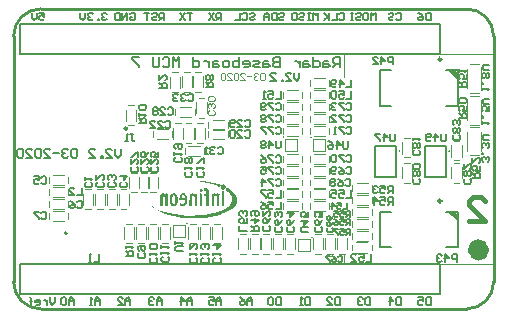
<source format=gbo>
G04*
G04 #@! TF.GenerationSoftware,Altium Limited,Altium Designer,20.1.11 (218)*
G04*
G04 Layer_Color=37055*
%FSLAX44Y44*%
%MOMM*%
G71*
G04*
G04 #@! TF.SameCoordinates,FB7AA9F9-362F-42BE-8F52-ADE0DE83CFEB*
G04*
G04*
G04 #@! TF.FilePolarity,Positive*
G04*
G01*
G75*
%ADD10C,0.2500*%
%ADD11C,0.1000*%
%ADD12C,0.2000*%
%ADD13C,0.1500*%
%ADD14C,0.1300*%
%ADD15C,1.0000*%
%ADD16C,0.1200*%
%ADD17C,0.0250*%
%ADD18C,0.0500*%
%ADD19C,0.4000*%
%ADD20C,0.1270*%
%ADD22C,0.2540*%
%ADD108C,0.1778*%
%ADD109C,0.1100*%
G36*
X161121Y108168D02*
X165167Y107757D01*
X169624Y107002D01*
X173601Y105974D01*
X175590Y105288D01*
X175247Y104877D01*
X174835Y104054D01*
X174767Y103300D01*
X174012Y103643D01*
X171407Y104602D01*
X167841Y105768D01*
X164961Y106522D01*
X159956Y107482D01*
X154882Y108031D01*
X150836Y108168D01*
X152345Y108305D01*
X158859D01*
X161121Y108168D01*
D02*
G37*
G36*
X178469Y105220D02*
X179087Y104808D01*
X179635Y103917D01*
Y102545D01*
X179361Y101997D01*
X178881Y101517D01*
X178195Y101174D01*
X177235Y101105D01*
X176344Y101448D01*
X175932Y101860D01*
X175521Y102545D01*
X175452Y103643D01*
X175590Y104122D01*
X175932Y104671D01*
X176481Y105082D01*
X177098Y105357D01*
X178058D01*
X178469Y105220D01*
D02*
G37*
G36*
X159544Y101517D02*
X160024Y100900D01*
X160093Y100008D01*
X159887Y99597D01*
X159270Y99117D01*
X158242D01*
X157899Y99323D01*
X157487Y99871D01*
Y100900D01*
X157830Y101380D01*
X158447Y101723D01*
X159064D01*
X159544Y101517D01*
D02*
G37*
G36*
X154744Y97677D02*
X155430Y97403D01*
X155293Y96511D01*
X155224Y87392D01*
X153236D01*
Y94934D01*
X152893Y95346D01*
X152207Y95826D01*
X151522Y95894D01*
X151247Y95757D01*
X150973Y95277D01*
X150905Y87392D01*
X148916D01*
X148985Y96374D01*
X149327Y97128D01*
X149876Y97608D01*
X150699Y97883D01*
X151933Y97746D01*
X152619Y97403D01*
X153305Y96854D01*
X153373Y97266D01*
X153579Y97951D01*
X154744Y97677D01*
D02*
G37*
G36*
X130608Y97471D02*
X130471Y96648D01*
X130402Y87392D01*
X128345D01*
Y95071D01*
X127385Y95826D01*
X126494D01*
X126151Y95346D01*
X126082Y87392D01*
X124094D01*
X124163Y96443D01*
X124437Y97060D01*
X125054Y97608D01*
X125877Y97883D01*
X127111Y97746D01*
X127660Y97471D01*
X128482Y96854D01*
X128757Y97951D01*
X130608Y97471D01*
D02*
G37*
G36*
X174424D02*
X174218Y96443D01*
X174150Y87392D01*
X172161D01*
Y95003D01*
X171818Y95346D01*
X171133Y95826D01*
X170447Y95894D01*
X170173Y95757D01*
X169898Y95277D01*
X169830Y87392D01*
X167841D01*
Y95963D01*
X168047Y96786D01*
X168253Y97128D01*
X168801Y97608D01*
X169624Y97883D01*
X170241D01*
X171064Y97677D01*
X171955Y97128D01*
X172230Y96786D01*
X172504Y97951D01*
X174424Y97471D01*
D02*
G37*
G36*
X144870Y97746D02*
X145419Y97403D01*
X146242Y96443D01*
X146653Y95620D01*
X146996Y94317D01*
Y90889D01*
X146653Y89517D01*
X145899Y88214D01*
X145145Y87597D01*
X144185Y87186D01*
X142608D01*
X141785Y87460D01*
X141031Y87940D01*
X140482Y88489D01*
X140756Y89174D01*
X141236Y89997D01*
X141373D01*
X141648Y89654D01*
X142539Y89106D01*
X143568Y89037D01*
X144048Y89243D01*
X144528Y89723D01*
X144802Y90409D01*
X144939Y91986D01*
X140345D01*
X140482Y94797D01*
X140825Y96031D01*
X141305Y96854D01*
X142128Y97608D01*
X143156Y97951D01*
X143764D01*
Y96197D01*
X143362Y96237D01*
X142950Y96031D01*
X142745Y95757D01*
X142539Y95277D01*
X142402Y93631D01*
X144939D01*
X144733Y95277D01*
X144390Y95963D01*
X144116Y96168D01*
X143770Y96197D01*
Y97951D01*
X144116D01*
X144870Y97746D01*
D02*
G37*
G36*
X178538Y99528D02*
Y87392D01*
X176481D01*
Y99734D01*
X178538Y99528D01*
D02*
G37*
G36*
X163453Y102203D02*
X164276Y101791D01*
X164756Y101174D01*
X165167Y100077D01*
Y97677D01*
X165853D01*
Y95894D01*
X165167D01*
Y87392D01*
X163110D01*
Y95894D01*
X161601D01*
X161259Y97677D01*
X163110D01*
Y99665D01*
X162836Y100283D01*
X162630Y100420D01*
X161876D01*
X161396Y100145D01*
X161053Y100968D01*
X160847Y101791D01*
X161190Y101997D01*
X162150Y102271D01*
X163453Y102203D01*
D02*
G37*
G36*
X159750Y97608D02*
Y87392D01*
X157693D01*
Y97883D01*
X159750Y97608D01*
D02*
G37*
G36*
X136779Y97746D02*
X137534Y97266D01*
X138219Y96374D01*
X138562Y95688D01*
X138974Y94180D01*
X139042Y91506D01*
X138836Y90203D01*
X138425Y88969D01*
X138013Y88283D01*
X137396Y87666D01*
X136436Y87186D01*
X135706Y87147D01*
X135134Y87117D01*
X134311Y87323D01*
X133556Y87803D01*
X132871Y88729D01*
X132597Y89174D01*
X132117Y90820D01*
X132048Y93837D01*
X132185Y94728D01*
X132597Y95963D01*
X133214Y96923D01*
X134037Y97608D01*
X135065Y97951D01*
X136025D01*
X136779Y97746D01*
D02*
G37*
G36*
X181349Y102751D02*
X183338Y101517D01*
X185121Y100145D01*
X186835Y98363D01*
X187932Y96854D01*
X188549Y95688D01*
X189098Y93906D01*
Y91163D01*
X188755Y89929D01*
X187932Y88283D01*
X187383Y87460D01*
X186766Y86706D01*
X185806Y85746D01*
X184743Y84889D01*
X184092Y84375D01*
X182995Y83620D01*
X181486Y82729D01*
X180047Y81975D01*
X177509Y80877D01*
X174355Y79780D01*
X170515Y78752D01*
X166744Y77998D01*
X162356Y77380D01*
X157213Y76969D01*
X148573Y76901D01*
X143705Y77243D01*
X139522Y77792D01*
X135545Y78546D01*
X131088Y79712D01*
X126837Y81220D01*
X124917Y82043D01*
X122723Y83209D01*
X120871Y84237D01*
X119226Y85334D01*
X118403Y85952D01*
X117717Y86500D01*
X117306Y86912D01*
X117237Y87186D01*
X117443Y87117D01*
X118540Y86226D01*
X120666Y84854D01*
X122380Y83963D01*
X125191Y82797D01*
X128345Y81769D01*
X132185Y80809D01*
X136711Y79986D01*
X141922Y79369D01*
X147956Y79026D01*
X150905Y79060D01*
X155613Y79160D01*
X157899Y79300D01*
X161533Y79643D01*
X165990Y80329D01*
X168321Y80809D01*
X169967Y81220D01*
X172367Y81906D01*
X174629Y82729D01*
X175932Y83277D01*
X177509Y84032D01*
X179087Y84923D01*
X180047Y85540D01*
X181212Y86432D01*
X182172Y87254D01*
X182858Y88009D01*
X183338Y88626D01*
X183818Y89312D01*
X184298Y90134D01*
X184641Y90957D01*
X184984Y92123D01*
X185121Y94043D01*
X184915Y94934D01*
X184366Y96168D01*
X183475Y97471D01*
X183064Y97951D01*
X182446Y98568D01*
X181555Y99323D01*
X179704Y100694D01*
X179361Y100831D01*
X179292Y101037D01*
X179566Y101174D01*
X179978Y101791D01*
X180252Y102408D01*
X180389Y103231D01*
X181349Y102751D01*
D02*
G37*
%LPC*%
G36*
X135339Y96100D02*
X134997Y95963D01*
X134654Y95551D01*
X134311Y94591D01*
Y90614D01*
X134585Y89654D01*
X134859Y89243D01*
X135339Y88969D01*
X135682Y89037D01*
X135956D01*
X136505Y89654D01*
X136779Y90477D01*
X136916Y93083D01*
X136711Y94934D01*
X136436Y95620D01*
X135956Y96031D01*
X135339Y96100D01*
D02*
G37*
%LPD*%
D10*
X362150Y211400D02*
G03*
X362150Y211400I-1250J0D01*
G01*
Y91400D02*
G03*
X362150Y91400I-1250J0D01*
G01*
D11*
X279400Y196000D02*
Y215900D01*
X360700D02*
X405250D01*
X279400Y38100D02*
Y46250D01*
Y38100D02*
X405000D01*
D12*
X45080Y64000D02*
G03*
X45080Y64000I-1000J0D01*
G01*
X370808Y202000D02*
X375884Y196924D01*
X368808Y202000D02*
X375904Y194904D01*
X372398Y201976D02*
X375881Y198879D01*
X365900Y202000D02*
X375900D01*
X309900Y172000D02*
X319900D01*
X365900D02*
X375900D01*
Y202000D01*
X309900D02*
X319900D01*
X309900Y172000D02*
Y202000D01*
X370808Y82000D02*
X375884Y76924D01*
X368808Y82000D02*
X375904Y74904D01*
X372398Y81976D02*
X375881Y78879D01*
X365900Y82000D02*
X375900D01*
X309900Y52000D02*
X319900D01*
X365900D02*
X375900D01*
Y82000D01*
X309900D02*
X319900D01*
X309900Y52000D02*
Y82000D01*
X5100Y12700D02*
X360700D01*
X24150Y38100D02*
X360700D01*
X5100Y12700D02*
Y38100D01*
X24150D01*
X360700Y12700D02*
Y38100D01*
X347990Y111990D02*
Y138010D01*
X366000D01*
Y111990D02*
Y138010D01*
X347990Y111990D02*
X366000D01*
X360700Y215900D02*
Y241300D01*
X5100D02*
X24150D01*
X5100Y215900D02*
Y241300D01*
X24150D02*
X360700D01*
X5100Y215900D02*
X360700D01*
X305990Y111990D02*
Y138010D01*
X324000D01*
Y111990D02*
Y138010D01*
X305990Y111990D02*
X324000D01*
D13*
X369000Y133800D02*
G03*
X369000Y133800I-500J0D01*
G01*
X327000D02*
G03*
X327000Y133800I-500J0D01*
G01*
X242000Y199998D02*
Y195333D01*
X239667Y193000D01*
X237335Y195333D01*
Y199998D01*
X230337Y193000D02*
X235002D01*
X230337Y197665D01*
Y198832D01*
X231503Y199998D01*
X233836D01*
X235002Y198832D01*
X228004Y193000D02*
Y194166D01*
X226838D01*
Y193000D01*
X228004D01*
X217508D02*
X222173D01*
X217508Y197665D01*
Y198832D01*
X218674Y199998D01*
X221007D01*
X222173Y198832D01*
D14*
X228680Y145500D02*
G03*
X228680Y145500I-100J0D01*
G01*
X146680Y72500D02*
G03*
X146680Y72500I-100J0D01*
G01*
X252680Y60500D02*
G03*
X252680Y60500I-100J0D01*
G01*
X251930Y145300D02*
G03*
X251930Y145300I-100J0D01*
G01*
D15*
X397500Y50000D02*
G03*
X397500Y50000I-4000J0D01*
G01*
D16*
X212540Y198648D02*
X211610Y199578D01*
X209751D01*
X208821Y198648D01*
Y194930D01*
X209751Y194000D01*
X211610D01*
X212540Y194930D01*
Y198648D01*
X206962D02*
X206032Y199578D01*
X204173D01*
X203243Y198648D01*
Y197719D01*
X204173Y196789D01*
X205102D01*
X204173D01*
X203243Y195859D01*
Y194930D01*
X204173Y194000D01*
X206032D01*
X206962Y194930D01*
X201384Y196789D02*
X197665D01*
X192087Y194000D02*
X195805D01*
X192087Y197719D01*
Y198648D01*
X193016Y199578D01*
X194876D01*
X195805Y198648D01*
X190227D02*
X189298Y199578D01*
X187438D01*
X186508Y198648D01*
Y194930D01*
X187438Y194000D01*
X189298D01*
X190227Y194930D01*
Y198648D01*
X180930Y194000D02*
X184649D01*
X180930Y197719D01*
Y198648D01*
X181860Y199578D01*
X183719D01*
X184649Y198648D01*
X179071D02*
X178141Y199578D01*
X176282D01*
X175352Y198648D01*
Y194930D01*
X176282Y194000D01*
X178141D01*
X179071Y194930D01*
Y198648D01*
D17*
X386000Y130000D02*
X394000D01*
X386000Y154000D02*
X394000D01*
X384000Y134000D02*
Y150000D01*
X396000Y134000D02*
Y150000D01*
X370750Y129000D02*
Y138500D01*
X379250Y129000D02*
Y138500D01*
X372500Y125750D02*
X377500D01*
X372500Y142250D02*
X377500D01*
X286750Y59500D02*
Y64500D01*
X303250Y59500D02*
Y64500D01*
X290500Y66250D02*
X300000D01*
X290500Y57750D02*
X300000D01*
X250750Y188500D02*
Y193500D01*
X267250Y188500D02*
Y193500D01*
X254500Y195250D02*
X264000D01*
X254500Y186750D02*
X264000D01*
X33580Y104750D02*
X43080D01*
X33580Y113250D02*
X43080D01*
X46330Y106500D02*
Y111500D01*
X29830Y106500D02*
Y111500D01*
X33580Y84750D02*
X43080D01*
X33580Y93250D02*
X43080D01*
X46330Y86500D02*
Y91500D01*
X29830Y86500D02*
Y91500D01*
X112330Y59500D02*
Y69000D01*
X103830Y59500D02*
Y69000D01*
X105580Y72250D02*
X110580D01*
X105580Y55750D02*
X110580D01*
X122330Y59500D02*
Y69000D01*
X113830Y59500D02*
Y69000D01*
X115580Y72250D02*
X120580D01*
X115580Y55750D02*
X120580D01*
X132330Y59500D02*
Y69000D01*
X123830Y59500D02*
Y69000D01*
X125580Y72250D02*
X130580D01*
X125580Y55750D02*
X130580D01*
X156330Y59500D02*
Y69000D01*
X147830Y59500D02*
Y69000D01*
X149580Y72250D02*
X154580D01*
X149580Y55750D02*
X154580D01*
X166330Y59500D02*
Y69000D01*
X157830Y59500D02*
Y69000D01*
X159580Y72250D02*
X164580D01*
X159580Y55750D02*
X164580D01*
X176330Y59500D02*
Y69000D01*
X167830Y59500D02*
Y69000D01*
X169580Y72250D02*
X174580D01*
X169580Y55750D02*
X174580D01*
X153830Y144000D02*
Y153500D01*
X162330Y144000D02*
Y153500D01*
X155580Y140750D02*
X160580D01*
X155580Y157250D02*
X160580D01*
X143830Y144000D02*
Y153500D01*
X152330Y144000D02*
Y153500D01*
X145580Y140750D02*
X150580D01*
X145580Y157250D02*
X150580D01*
X134830Y144000D02*
Y153500D01*
X143330Y144000D02*
Y153500D01*
X136580Y140750D02*
X141580D01*
X136580Y157250D02*
X141580D01*
X168580Y143750D02*
X178080D01*
X168580Y152250D02*
X178080D01*
X181330Y145500D02*
Y150500D01*
X164830Y145500D02*
Y150500D01*
X121080Y152250D02*
X130580D01*
X121080Y143750D02*
X130580D01*
X117830Y145500D02*
Y150500D01*
X134330Y145500D02*
Y150500D01*
X122330Y102500D02*
Y112000D01*
X113830Y102500D02*
Y112000D01*
X115580Y115250D02*
X120580D01*
X115580Y98750D02*
X120580D01*
X114330Y102500D02*
Y112000D01*
X105830Y102500D02*
Y112000D01*
X107580Y115250D02*
X112580D01*
X107580Y98750D02*
X112580D01*
X97830Y102000D02*
Y111500D01*
X106330Y102000D02*
Y111500D01*
X99580Y98750D02*
X104580D01*
X99580Y115250D02*
X104580D01*
X140580Y162750D02*
X150080D01*
X140580Y171250D02*
X150080D01*
X153330Y164500D02*
Y169500D01*
X136830Y164500D02*
Y169500D01*
X168500Y151750D02*
X178000D01*
X168500Y160250D02*
X178000D01*
X181250Y153500D02*
Y158500D01*
X164750Y153500D02*
Y158500D01*
X163330Y165500D02*
Y175000D01*
X154830Y165500D02*
Y175000D01*
X156580Y178250D02*
X161580D01*
X156580Y161750D02*
X161580D01*
X148080Y138250D02*
X157580D01*
X148080Y129750D02*
X157580D01*
X144830Y131500D02*
Y136500D01*
X161330Y131500D02*
Y136500D01*
X150710Y187660D02*
Y197160D01*
X142210Y187660D02*
Y197160D01*
X143960Y200410D02*
X148960D01*
X143960Y183910D02*
X148960D01*
X218330Y50500D02*
Y60000D01*
X209830Y50500D02*
Y60000D01*
X211580Y63250D02*
X216580D01*
X211580Y46750D02*
X216580D01*
X228330Y50500D02*
Y60000D01*
X219830Y50500D02*
Y60000D01*
X221580Y63250D02*
X226580D01*
X221580Y46750D02*
X226580D01*
X238330Y50500D02*
Y60000D01*
X229830Y50500D02*
Y60000D01*
X231580Y63250D02*
X236580D01*
X231580Y46750D02*
X236580D01*
X262330Y50500D02*
Y60000D01*
X253830Y50500D02*
Y60000D01*
X255580Y63250D02*
X260580D01*
X255580Y46750D02*
X260580D01*
X272330Y50500D02*
Y60000D01*
X263830Y50500D02*
Y60000D01*
X265580Y63250D02*
X270580D01*
X265580Y46750D02*
X270580D01*
X282330Y50500D02*
Y60000D01*
X273830Y50500D02*
Y60000D01*
X275580Y63250D02*
X280580D01*
X275580Y46750D02*
X280580D01*
X328750Y131500D02*
Y141000D01*
X337250Y131500D02*
Y141000D01*
X330500Y128250D02*
X335500D01*
X330500Y144750D02*
X335500D01*
X337250Y110500D02*
Y120000D01*
X328750Y110500D02*
Y120000D01*
X330500Y123250D02*
X335500D01*
X330500Y106750D02*
X335500D01*
X267330Y104500D02*
Y109500D01*
X250830Y104500D02*
Y109500D01*
X254080Y102750D02*
X263580D01*
X254080Y111250D02*
X263580D01*
X267330Y114500D02*
Y119500D01*
X250830Y114500D02*
Y119500D01*
X254080Y112750D02*
X263580D01*
X254080Y121250D02*
X263580D01*
X267330Y124500D02*
Y129500D01*
X250830Y124500D02*
Y129500D01*
X254080Y122750D02*
X263580D01*
X254080Y131250D02*
X263580D01*
X267330Y148500D02*
Y153500D01*
X250830Y148500D02*
Y153500D01*
X254080Y146750D02*
X263580D01*
X254080Y155250D02*
X263580D01*
X267330Y158500D02*
Y163500D01*
X250830Y158500D02*
Y163500D01*
X254080Y156750D02*
X263580D01*
X254080Y165250D02*
X263580D01*
X267330Y168500D02*
Y173500D01*
X250830Y168500D02*
Y173500D01*
X254080Y166750D02*
X263580D01*
X254080Y175250D02*
X263580D01*
X231080Y111250D02*
X240580D01*
X231080Y102750D02*
X240580D01*
X227830Y104500D02*
Y109500D01*
X244330Y104500D02*
Y109500D01*
X231080Y121250D02*
X240580D01*
X231080Y112750D02*
X240580D01*
X227830Y114500D02*
Y119500D01*
X244330Y114500D02*
Y119500D01*
Y124500D02*
Y129500D01*
X227830Y124500D02*
Y129500D01*
X231080Y122750D02*
X240580D01*
X231080Y131250D02*
X240580D01*
X244330Y148500D02*
Y153500D01*
X227830Y148500D02*
Y153500D01*
X231080Y146750D02*
X240580D01*
X231080Y155250D02*
X240580D01*
X244330Y158500D02*
Y163500D01*
X227830Y158500D02*
Y163500D01*
X231080Y156750D02*
X240580D01*
X231080Y165250D02*
X240580D01*
X231080Y175250D02*
X240580D01*
X231080Y166750D02*
X240580D01*
X227830Y168500D02*
Y173500D01*
X244330Y168500D02*
Y173500D01*
X46330Y96500D02*
Y101500D01*
X29830Y96500D02*
Y101500D01*
X33080Y94750D02*
X42580D01*
X33080Y103250D02*
X42580D01*
X198330Y50500D02*
Y60000D01*
X189830Y50500D02*
Y60000D01*
X191580Y63250D02*
X196580D01*
X191580Y46750D02*
X196580D01*
X254080Y185250D02*
X263580D01*
X254080Y176750D02*
X263580D01*
X250830Y178500D02*
Y183500D01*
X267330Y178500D02*
Y183500D01*
X231080Y185250D02*
X240580D01*
X231080Y176750D02*
X240580D01*
X227830Y178500D02*
Y183500D01*
X244330Y178500D02*
Y183500D01*
X290000Y56250D02*
X299500D01*
X290000Y47750D02*
X299500D01*
X286750Y49500D02*
Y54500D01*
X303250Y49500D02*
Y54500D01*
X254080Y101250D02*
X263580D01*
X254080Y92750D02*
X263580D01*
X250830Y94500D02*
Y99500D01*
X267330Y94500D02*
Y99500D01*
X231080Y101250D02*
X240580D01*
X231080Y92750D02*
X240580D01*
X227830Y94500D02*
Y99500D01*
X244330Y94500D02*
Y99500D01*
X95580Y55750D02*
X100580D01*
X95580Y72250D02*
X100580D01*
X93830Y59500D02*
Y69000D01*
X102330Y59500D02*
Y69000D01*
X133960Y200410D02*
X138960D01*
X133960Y183910D02*
X138960D01*
X140710Y187160D02*
Y196660D01*
X132210Y187160D02*
Y196660D01*
X153960Y183910D02*
X158960D01*
X153960Y200410D02*
X158960D01*
X152210Y187660D02*
Y197160D01*
X160710Y187660D02*
Y197160D01*
X94830Y159000D02*
Y168500D01*
X103330Y159000D02*
Y168500D01*
X96580Y155750D02*
X101580D01*
X96580Y172250D02*
X101580D01*
X208330Y50500D02*
Y60000D01*
X199830Y50500D02*
Y60000D01*
X201580Y63250D02*
X206580D01*
X201580Y46750D02*
X206580D01*
X396000Y160000D02*
Y176000D01*
X384000Y160000D02*
Y176000D01*
X386000Y180000D02*
X394000D01*
X386000Y156000D02*
X394000D01*
X386000Y183000D02*
X394000D01*
X386000Y207000D02*
X394000D01*
X384000Y187000D02*
Y203000D01*
X396000Y187000D02*
Y203000D01*
X290500Y97750D02*
X300000D01*
X290500Y106250D02*
X300000D01*
X303250Y99500D02*
Y104500D01*
X286750Y99500D02*
Y104500D01*
X29830Y76500D02*
Y81500D01*
X46330Y76500D02*
Y81500D01*
X33580Y83250D02*
X43080D01*
X33580Y74750D02*
X43080D01*
X90580Y101250D02*
X95580D01*
X90580Y84750D02*
X95580D01*
X97330Y88000D02*
Y97500D01*
X88830Y88000D02*
Y97500D01*
X254080Y91250D02*
X263580D01*
X254080Y82750D02*
X263580D01*
X250830Y84500D02*
Y89500D01*
X267330Y84500D02*
Y89500D01*
X231080Y91250D02*
X240580D01*
X231080Y82750D02*
X240580D01*
X227830Y84500D02*
Y89500D01*
X244330Y84500D02*
Y89500D01*
X60580Y101250D02*
X65580D01*
X60580Y84750D02*
X65580D01*
X67330Y88000D02*
Y97500D01*
X58830Y88000D02*
Y97500D01*
X70580Y101250D02*
X75580D01*
X70580Y84750D02*
X75580D01*
X77330Y88000D02*
Y97500D01*
X68830Y88000D02*
Y97500D01*
X80580Y101250D02*
X85580D01*
X80580Y84750D02*
X85580D01*
X87330Y88000D02*
Y97500D01*
X78830Y88000D02*
Y97500D01*
X372500Y106750D02*
X377500D01*
X372500Y123250D02*
X377500D01*
X370750Y110500D02*
Y120000D01*
X379250Y110500D02*
Y120000D01*
X286750Y89500D02*
Y94500D01*
X303250Y89500D02*
Y94500D01*
X290500Y96250D02*
X300000D01*
X290500Y87750D02*
X300000D01*
X290500Y77750D02*
X300000D01*
X290500Y86250D02*
X300000D01*
X303250Y79500D02*
Y84500D01*
X286750Y79500D02*
Y84500D01*
X290500Y67750D02*
X300000D01*
X290500Y76250D02*
X300000D01*
X303250Y69500D02*
Y74500D01*
X286750Y69500D02*
Y74500D01*
D18*
X230080Y134000D02*
Y144000D01*
X240080D01*
Y134000D02*
Y144000D01*
X230080Y134000D02*
X240080D01*
X135080Y61000D02*
Y71000D01*
Y61000D02*
X145080D01*
Y71000D01*
X135080D02*
X145080D01*
X241080Y49000D02*
Y59000D01*
Y49000D02*
X251080D01*
Y59000D01*
X241080D02*
X251080D01*
X253330Y133800D02*
X263330D01*
Y143800D01*
X253330D02*
X263330D01*
X253330Y133800D02*
Y143800D01*
D19*
X385421Y74750D02*
X398750D01*
X385421Y88079D01*
Y91411D01*
X388753Y94743D01*
X395418D01*
X398750Y91411D01*
D20*
X21768Y250598D02*
X26000D01*
Y247424D01*
X23884Y248482D01*
X22826D01*
X21768Y247424D01*
Y245308D01*
X22826Y244250D01*
X24942D01*
X26000Y245308D01*
X19652Y250598D02*
Y246366D01*
X17536Y244250D01*
X15420Y246366D01*
Y250598D01*
X78750Y249540D02*
X77692Y250598D01*
X75576D01*
X74518Y249540D01*
Y248482D01*
X75576Y247424D01*
X76634D01*
X75576D01*
X74518Y246366D01*
Y245308D01*
X75576Y244250D01*
X77692D01*
X78750Y245308D01*
X72402Y244250D02*
Y245308D01*
X71344D01*
Y244250D01*
X72402D01*
X67112Y249540D02*
X66054Y250598D01*
X63938D01*
X62880Y249540D01*
Y248482D01*
X63938Y247424D01*
X64996D01*
X63938D01*
X62880Y246366D01*
Y245308D01*
X63938Y244250D01*
X66054D01*
X67112Y245308D01*
X60764Y250598D02*
Y246366D01*
X58648Y244250D01*
X56532Y246366D01*
Y250598D01*
X98518Y249540D02*
X99576Y250598D01*
X101692D01*
X102750Y249540D01*
Y245308D01*
X101692Y244250D01*
X99576D01*
X98518Y245308D01*
Y247424D01*
X100634D01*
X96402Y244250D02*
Y250598D01*
X92170Y244250D01*
Y250598D01*
X90054D02*
Y244250D01*
X86880D01*
X85822Y245308D01*
Y249540D01*
X86880Y250598D01*
X90054D01*
X127750Y244250D02*
Y250598D01*
X124576D01*
X123518Y249540D01*
Y247424D01*
X124576Y246366D01*
X127750D01*
X125634D02*
X123518Y244250D01*
X117170Y249540D02*
X118228Y250598D01*
X120344D01*
X121402Y249540D01*
Y248482D01*
X120344Y247424D01*
X118228D01*
X117170Y246366D01*
Y245308D01*
X118228Y244250D01*
X120344D01*
X121402Y245308D01*
X115054Y250598D02*
X110822D01*
X112938D01*
Y244250D01*
X151250Y250598D02*
X147018D01*
X149134D01*
Y244250D01*
X144902Y250598D02*
X140670Y244250D01*
Y250598D02*
X144902Y244250D01*
X176000D02*
Y250598D01*
X172826D01*
X171768Y249540D01*
Y247424D01*
X172826Y246366D01*
X176000D01*
X173884D02*
X171768Y244250D01*
X169652Y250598D02*
X165420Y244250D01*
Y250598D02*
X169652Y244250D01*
X199768Y249540D02*
X200826Y250598D01*
X202942D01*
X204000Y249540D01*
Y248482D01*
X202942Y247424D01*
X200826D01*
X199768Y246366D01*
Y245308D01*
X200826Y244250D01*
X202942D01*
X204000Y245308D01*
X193420Y249540D02*
X194478Y250598D01*
X196594D01*
X197652Y249540D01*
Y245308D01*
X196594Y244250D01*
X194478D01*
X193420Y245308D01*
X191304Y250598D02*
Y244250D01*
X187072D01*
X224768Y249540D02*
X225826Y250598D01*
X227942D01*
X229000Y249540D01*
Y248482D01*
X227942Y247424D01*
X225826D01*
X224768Y246366D01*
Y245308D01*
X225826Y244250D01*
X227942D01*
X229000Y245308D01*
X222652Y250598D02*
Y244250D01*
X219478D01*
X218420Y245308D01*
Y249540D01*
X219478Y250598D01*
X222652D01*
X216304Y244250D02*
Y248482D01*
X214188Y250598D01*
X212072Y248482D01*
Y244250D01*
Y247424D01*
X216304D01*
X257750Y244250D02*
Y250598D01*
X255634Y248482D01*
X253518Y250598D01*
Y244250D01*
X251402Y250598D02*
X249286D01*
X250344D01*
Y244250D01*
X251402D01*
X249286D01*
X241880Y249540D02*
X242938Y250598D01*
X245054D01*
X246112Y249540D01*
Y248482D01*
X245054Y247424D01*
X242938D01*
X241880Y246366D01*
Y245308D01*
X242938Y244250D01*
X245054D01*
X246112Y245308D01*
X236590Y250598D02*
X238706D01*
X239764Y249540D01*
Y245308D01*
X238706Y244250D01*
X236590D01*
X235532Y245308D01*
Y249540D01*
X236590Y250598D01*
X275518Y249540D02*
X276576Y250598D01*
X278692D01*
X279750Y249540D01*
Y245308D01*
X278692Y244250D01*
X276576D01*
X275518Y245308D01*
X273402Y250598D02*
Y244250D01*
X269170D01*
X267054Y250598D02*
Y244250D01*
Y246366D01*
X262822Y250598D01*
X265996Y247424D01*
X262822Y244250D01*
X306750D02*
Y250598D01*
X304634Y248482D01*
X302518Y250598D01*
Y244250D01*
X297228Y250598D02*
X299344D01*
X300402Y249540D01*
Y245308D01*
X299344Y244250D01*
X297228D01*
X296170Y245308D01*
Y249540D01*
X297228Y250598D01*
X289822Y249540D02*
X290880Y250598D01*
X292996D01*
X294054Y249540D01*
Y248482D01*
X292996Y247424D01*
X290880D01*
X289822Y246366D01*
Y245308D01*
X290880Y244250D01*
X292996D01*
X294054Y245308D01*
X287706Y250598D02*
X285590D01*
X286648D01*
Y244250D01*
X287706D01*
X285590D01*
X323768Y249540D02*
X324826Y250598D01*
X326942D01*
X328000Y249540D01*
Y245308D01*
X326942Y244250D01*
X324826D01*
X323768Y245308D01*
X317420Y249540D02*
X318478Y250598D01*
X320594D01*
X321652Y249540D01*
Y248482D01*
X320594Y247424D01*
X318478D01*
X317420Y246366D01*
Y245308D01*
X318478Y244250D01*
X320594D01*
X321652Y245308D01*
X353000Y250598D02*
Y244250D01*
X349826D01*
X348768Y245308D01*
Y249540D01*
X349826Y250598D01*
X353000D01*
X342420D02*
X344536Y249540D01*
X346652Y247424D01*
Y245308D01*
X345594Y244250D01*
X343478D01*
X342420Y245308D01*
Y246366D01*
X343478Y247424D01*
X346652D01*
X353000Y9848D02*
Y3500D01*
X349826D01*
X348768Y4558D01*
Y8790D01*
X349826Y9848D01*
X353000D01*
X342420D02*
X346652D01*
Y6674D01*
X344536Y7732D01*
X343478D01*
X342420Y6674D01*
Y4558D01*
X343478Y3500D01*
X345594D01*
X346652Y4558D01*
X328000Y9848D02*
Y3500D01*
X324826D01*
X323768Y4558D01*
Y8790D01*
X324826Y9848D01*
X328000D01*
X318478Y3500D02*
Y9848D01*
X321652Y6674D01*
X317420D01*
X302000Y9848D02*
Y3500D01*
X298826D01*
X297768Y4558D01*
Y8790D01*
X298826Y9848D01*
X302000D01*
X295652Y8790D02*
X294594Y9848D01*
X292478D01*
X291420Y8790D01*
Y7732D01*
X292478Y6674D01*
X293536D01*
X292478D01*
X291420Y5616D01*
Y4558D01*
X292478Y3500D01*
X294594D01*
X295652Y4558D01*
X276000Y9848D02*
Y3500D01*
X272826D01*
X271768Y4558D01*
Y8790D01*
X272826Y9848D01*
X276000D01*
X265420Y3500D02*
X269652D01*
X265420Y7732D01*
Y8790D01*
X266478Y9848D01*
X268594D01*
X269652Y8790D01*
X251000Y9848D02*
Y3500D01*
X247826D01*
X246768Y4558D01*
Y8790D01*
X247826Y9848D01*
X251000D01*
X244652Y3500D02*
X242536D01*
X243594D01*
Y9848D01*
X244652Y8790D01*
X226250Y9848D02*
Y3500D01*
X223076D01*
X222018Y4558D01*
Y8790D01*
X223076Y9848D01*
X226250D01*
X219902Y8790D02*
X218844Y9848D01*
X216728D01*
X215670Y8790D01*
Y4558D01*
X216728Y3500D01*
X218844D01*
X219902Y4558D01*
Y8790D01*
X202000Y3500D02*
Y7732D01*
X199884Y9848D01*
X197768Y7732D01*
Y3500D01*
Y6674D01*
X202000D01*
X191420Y9848D02*
X193536Y8790D01*
X195652Y6674D01*
Y4558D01*
X194594Y3500D01*
X192478D01*
X191420Y4558D01*
Y5616D01*
X192478Y6674D01*
X195652D01*
X176000Y3500D02*
Y7732D01*
X173884Y9848D01*
X171768Y7732D01*
Y3500D01*
Y6674D01*
X176000D01*
X165420Y9848D02*
X169652D01*
Y6674D01*
X167536Y7732D01*
X166478D01*
X165420Y6674D01*
Y4558D01*
X166478Y3500D01*
X168594D01*
X169652Y4558D01*
X151250Y3500D02*
Y7732D01*
X149134Y9848D01*
X147018Y7732D01*
Y3500D01*
Y6674D01*
X151250D01*
X141728Y3500D02*
Y9848D01*
X144902Y6674D01*
X140670D01*
X125250Y3500D02*
Y7732D01*
X123134Y9848D01*
X121018Y7732D01*
Y3500D01*
Y6674D01*
X125250D01*
X118902Y8790D02*
X117844Y9848D01*
X115728D01*
X114670Y8790D01*
Y7732D01*
X115728Y6674D01*
X116786D01*
X115728D01*
X114670Y5616D01*
Y4558D01*
X115728Y3500D01*
X117844D01*
X118902Y4558D01*
X98750Y3500D02*
Y7732D01*
X96634Y9848D01*
X94518Y7732D01*
Y3500D01*
Y6674D01*
X98750D01*
X88170Y3500D02*
X92402D01*
X88170Y7732D01*
Y8790D01*
X89228Y9848D01*
X91344D01*
X92402Y8790D01*
X73000Y3500D02*
Y7732D01*
X70884Y9848D01*
X68768Y7732D01*
Y3500D01*
Y6674D01*
X73000D01*
X66652Y3500D02*
X64536D01*
X65594D01*
Y9848D01*
X66652Y8790D01*
X51000Y3500D02*
Y7732D01*
X48884Y9848D01*
X46768Y7732D01*
Y3500D01*
Y6674D01*
X51000D01*
X44652Y8790D02*
X43594Y9848D01*
X41478D01*
X40420Y8790D01*
Y4558D01*
X41478Y3500D01*
X43594D01*
X44652Y4558D01*
Y8790D01*
X35000Y9848D02*
Y5616D01*
X32884Y3500D01*
X30768Y5616D01*
Y9848D01*
X28652Y7732D02*
Y3500D01*
Y5616D01*
X27594Y6674D01*
X26536Y7732D01*
X25478D01*
X19130Y3500D02*
X21246D01*
X22304Y4558D01*
Y6674D01*
X21246Y7732D01*
X19130D01*
X18072Y6674D01*
Y5616D01*
X22304D01*
X14898Y3500D02*
Y8790D01*
Y6674D01*
X15956D01*
X13840D01*
X14898D01*
Y8790D01*
X13840Y9848D01*
X396500Y156750D02*
Y158866D01*
Y157808D01*
X402848D01*
X401790Y156750D01*
X396500Y162040D02*
X397558D01*
Y163098D01*
X396500D01*
Y162040D01*
X402848Y171562D02*
Y167330D01*
X399674D01*
X400732Y169446D01*
Y170504D01*
X399674Y171562D01*
X397558D01*
X396500Y170504D01*
Y168388D01*
X397558Y167330D01*
X402848Y173678D02*
X398616D01*
X396500Y175794D01*
X398616Y177910D01*
X402848D01*
X396500Y185000D02*
Y187116D01*
Y186058D01*
X402848D01*
X401790Y185000D01*
X396500Y190290D02*
X397558D01*
Y191348D01*
X396500D01*
Y190290D01*
X401790Y195580D02*
X402848Y196638D01*
Y198754D01*
X401790Y199812D01*
X400732D01*
X399674Y198754D01*
X398616Y199812D01*
X397558D01*
X396500Y198754D01*
Y196638D01*
X397558Y195580D01*
X398616D01*
X399674Y196638D01*
X400732Y195580D01*
X401790D01*
X399674Y196638D02*
Y198754D01*
X402848Y201928D02*
X398616D01*
X396500Y204044D01*
X398616Y206160D01*
X402848D01*
X401790Y124750D02*
X402848Y125808D01*
Y127924D01*
X401790Y128982D01*
X400732D01*
X399674Y127924D01*
Y126866D01*
Y127924D01*
X398616Y128982D01*
X397558D01*
X396500Y127924D01*
Y125808D01*
X397558Y124750D01*
X396500Y131098D02*
X397558D01*
Y132156D01*
X396500D01*
Y131098D01*
X401790Y136388D02*
X402848Y137446D01*
Y139562D01*
X401790Y140620D01*
X400732D01*
X399674Y139562D01*
Y138504D01*
Y139562D01*
X398616Y140620D01*
X397558D01*
X396500Y139562D01*
Y137446D01*
X397558Y136388D01*
X402848Y142736D02*
X398616D01*
X396500Y144852D01*
X398616Y146968D01*
X402848D01*
X375000Y39800D02*
Y46148D01*
X371826D01*
X370768Y45090D01*
Y42974D01*
X371826Y41916D01*
X375000D01*
X365478Y39800D02*
Y46148D01*
X368652Y42974D01*
X364420D01*
X362304Y45090D02*
X361246Y46148D01*
X359130D01*
X358072Y45090D01*
Y44032D01*
X359130Y42974D01*
X360188D01*
X359130D01*
X358072Y41916D01*
Y40858D01*
X359130Y39800D01*
X361246D01*
X362304Y40858D01*
X321000Y207000D02*
Y213347D01*
X317826D01*
X316768Y212290D01*
Y210174D01*
X317826Y209116D01*
X321000D01*
X311478Y207000D02*
Y213347D01*
X314652Y210174D01*
X310420D01*
X304072Y207000D02*
X308304D01*
X304072Y211232D01*
Y212290D01*
X305130Y213347D01*
X307246D01*
X308304Y212290D01*
X286080Y194008D02*
Y187660D01*
X281848D01*
X276558D02*
Y194008D01*
X279732Y190834D01*
X275500D01*
X273384Y188718D02*
X272326Y187660D01*
X270210D01*
X269152Y188718D01*
Y192950D01*
X270210Y194008D01*
X272326D01*
X273384Y192950D01*
Y191892D01*
X272326Y190834D01*
X269152D01*
X366000Y148348D02*
Y143058D01*
X364942Y142000D01*
X362826D01*
X361768Y143058D01*
Y148348D01*
X356478Y142000D02*
Y148348D01*
X359652Y145174D01*
X355420D01*
X353304Y143058D02*
X352246Y142000D01*
X350130D01*
X349072Y143058D01*
Y147290D01*
X350130Y148348D01*
X352246D01*
X353304Y147290D01*
Y146232D01*
X352246Y145174D01*
X349072D01*
X323000Y148348D02*
Y143058D01*
X321942Y142000D01*
X319826D01*
X318768Y143058D01*
Y148348D01*
X313478Y142000D02*
Y148348D01*
X316652Y145174D01*
X312420D01*
X310304Y148348D02*
X306072D01*
Y147290D01*
X310304Y143058D01*
Y142000D01*
X285000Y63000D02*
Y68078D01*
X282461D01*
X281614Y67232D01*
Y65539D01*
X282461Y64693D01*
X285000D01*
X283307D02*
X281614Y63000D01*
X276536Y68078D02*
X279922D01*
Y65539D01*
X278229Y66386D01*
X277383D01*
X276536Y65539D01*
Y63846D01*
X277383Y63000D01*
X279075D01*
X279922Y63846D01*
X274843Y68078D02*
X271458D01*
Y67232D01*
X274843Y63846D01*
Y63000D01*
X285000Y71000D02*
Y76078D01*
X282461D01*
X281614Y75232D01*
Y73539D01*
X282461Y72693D01*
X285000D01*
X283307D02*
X281614Y71000D01*
X276536Y76078D02*
X279922D01*
Y73539D01*
X278229Y74386D01*
X277383D01*
X276536Y73539D01*
Y71846D01*
X277383Y71000D01*
X279075D01*
X279922Y71846D01*
X271458Y76078D02*
X273151Y75232D01*
X274843Y73539D01*
Y71846D01*
X273997Y71000D01*
X272304D01*
X271458Y71846D01*
Y72693D01*
X272304Y73539D01*
X274843D01*
X285000Y78000D02*
Y83078D01*
X282461D01*
X281614Y82232D01*
Y80539D01*
X282461Y79693D01*
X285000D01*
X283307D02*
X281614Y78000D01*
X276536Y83078D02*
X279922D01*
Y80539D01*
X278229Y81386D01*
X277383D01*
X276536Y80539D01*
Y78846D01*
X277383Y78000D01*
X279075D01*
X279922Y78846D01*
X271458Y83078D02*
X274843D01*
Y80539D01*
X273151Y81386D01*
X272304D01*
X271458Y80539D01*
Y78846D01*
X272304Y78000D01*
X273997D01*
X274843Y78846D01*
X321000Y88000D02*
Y94348D01*
X317826D01*
X316768Y93290D01*
Y91174D01*
X317826Y90116D01*
X321000D01*
X318884D02*
X316768Y88000D01*
X310420Y94348D02*
X314652D01*
Y91174D01*
X312536Y92232D01*
X311478D01*
X310420Y91174D01*
Y89058D01*
X311478Y88000D01*
X313594D01*
X314652Y89058D01*
X305130Y88000D02*
Y94348D01*
X308304Y91174D01*
X304072D01*
X377290Y147232D02*
X378348Y146174D01*
Y144058D01*
X377290Y143000D01*
X373058D01*
X372000Y144058D01*
Y146174D01*
X373058Y147232D01*
X377290Y149348D02*
X378348Y150406D01*
Y152522D01*
X377290Y153580D01*
X376232D01*
X375174Y152522D01*
X374116Y153580D01*
X373058D01*
X372000Y152522D01*
Y150406D01*
X373058Y149348D01*
X374116D01*
X375174Y150406D01*
X376232Y149348D01*
X377290D01*
X375174Y150406D02*
Y152522D01*
X377290Y155696D02*
X378348Y156754D01*
Y158870D01*
X377290Y159928D01*
X376232D01*
X375174Y158870D01*
Y157812D01*
Y158870D01*
X374116Y159928D01*
X373058D01*
X372000Y158870D01*
Y156754D01*
X373058Y155696D01*
X386290Y110232D02*
X387348Y109174D01*
Y107058D01*
X386290Y106000D01*
X382058D01*
X381000Y107058D01*
Y109174D01*
X382058Y110232D01*
X386290Y112348D02*
X387348Y113406D01*
Y115522D01*
X386290Y116580D01*
X385232D01*
X384174Y115522D01*
X383116Y116580D01*
X382058D01*
X381000Y115522D01*
Y113406D01*
X382058Y112348D01*
X383116D01*
X384174Y113406D01*
X385232Y112348D01*
X386290D01*
X384174Y113406D02*
Y115522D01*
X381000Y122928D02*
Y118696D01*
X385232Y122928D01*
X386290D01*
X387348Y121870D01*
Y119754D01*
X386290Y118696D01*
X85370Y107232D02*
X86428Y106174D01*
Y104058D01*
X85370Y103000D01*
X81138D01*
X80080Y104058D01*
Y106174D01*
X81138Y107232D01*
X85370Y109348D02*
X86428Y110406D01*
Y112522D01*
X85370Y113580D01*
X84312D01*
X83254Y112522D01*
Y111464D01*
Y112522D01*
X82196Y113580D01*
X81138D01*
X80080Y112522D01*
Y110406D01*
X81138Y109348D01*
X75370Y107232D02*
X76428Y106174D01*
Y104058D01*
X75370Y103000D01*
X71138D01*
X70080Y104058D01*
Y106174D01*
X71138Y107232D01*
X70080Y113580D02*
Y109348D01*
X74312Y113580D01*
X75370D01*
X76428Y112522D01*
Y110406D01*
X75370Y109348D01*
X65370Y107232D02*
X66428Y106174D01*
Y104058D01*
X65370Y103000D01*
X61138D01*
X60080Y104058D01*
Y106174D01*
X61138Y107232D01*
X60080Y109348D02*
Y111464D01*
Y110406D01*
X66428D01*
X65370Y109348D01*
X226080Y90757D02*
Y84409D01*
X221848D01*
X215500Y90757D02*
X219732D01*
Y87583D01*
X217616Y88641D01*
X216558D01*
X215500Y87583D01*
Y85467D01*
X216558Y84409D01*
X218674D01*
X219732Y85467D01*
X209152Y90757D02*
X211268Y89699D01*
X213384Y87583D01*
Y85467D01*
X212326Y84409D01*
X210210D01*
X209152Y85467D01*
Y86525D01*
X210210Y87583D01*
X213384D01*
X282000Y90078D02*
Y85000D01*
X278614D01*
X273536Y90078D02*
X276922D01*
Y87539D01*
X275229Y88386D01*
X274382D01*
X273536Y87539D01*
Y85846D01*
X274382Y85000D01*
X276075D01*
X276922Y85846D01*
X269304Y85000D02*
Y90078D01*
X271843Y87539D01*
X268458D01*
X72080Y46348D02*
Y40000D01*
X67848D01*
X65732D02*
X63616D01*
X64674D01*
Y46348D01*
X65732Y45290D01*
X95370Y107232D02*
X96428Y106174D01*
Y104058D01*
X95370Y103000D01*
X91138D01*
X90080Y104058D01*
Y106174D01*
X91138Y107232D01*
X90080Y112522D02*
X96428D01*
X93254Y109348D01*
Y113580D01*
X23268Y81290D02*
X24326Y82348D01*
X26442D01*
X27500Y81290D01*
Y77058D01*
X26442Y76000D01*
X24326D01*
X23268Y77058D01*
X21152Y82348D02*
X16920D01*
Y81290D01*
X21152Y77058D01*
Y76000D01*
X226080Y142348D02*
Y137058D01*
X225022Y136000D01*
X222906D01*
X221848Y137058D01*
Y142348D01*
X216558Y136000D02*
Y142348D01*
X219732Y139174D01*
X215500D01*
X213384Y141290D02*
X212326Y142348D01*
X210210D01*
X209152Y141290D01*
Y140232D01*
X210210Y139174D01*
X209152Y138116D01*
Y137058D01*
X210210Y136000D01*
X212326D01*
X213384Y137058D01*
Y138116D01*
X212326Y139174D01*
X213384Y140232D01*
Y141290D01*
X212326Y139174D02*
X210210D01*
X283330Y142148D02*
Y136858D01*
X282272Y135800D01*
X280156D01*
X279098Y136858D01*
Y142148D01*
X273808Y135800D02*
Y142148D01*
X276982Y138974D01*
X272750D01*
X266402Y142148D02*
X268518Y141090D01*
X270634Y138974D01*
Y136858D01*
X269576Y135800D01*
X267460D01*
X266402Y136858D01*
Y137916D01*
X267460Y138974D01*
X270634D01*
X249428Y65000D02*
X244138D01*
X243080Y66058D01*
Y68174D01*
X244138Y69232D01*
X249428D01*
X243080Y74522D02*
X249428D01*
X246254Y71348D01*
Y75580D01*
X249428Y81928D02*
Y77696D01*
X246254D01*
X247312Y79812D01*
Y80870D01*
X246254Y81928D01*
X244138D01*
X243080Y80870D01*
Y78754D01*
X244138Y77696D01*
X143348Y48750D02*
X138058D01*
X137000Y49808D01*
Y51924D01*
X138058Y52982D01*
X143348D01*
X137000Y55098D02*
Y57214D01*
Y56156D01*
X143348D01*
X142290Y55098D01*
X388500Y110750D02*
X394848D01*
Y113924D01*
X393790Y114982D01*
X391674D01*
X390616Y113924D01*
Y110750D01*
Y112866D02*
X388500Y114982D01*
X394848Y121330D02*
Y117098D01*
X391674D01*
X392732Y119214D01*
Y120272D01*
X391674Y121330D01*
X389558D01*
X388500Y120272D01*
Y118156D01*
X389558Y117098D01*
X388500Y127678D02*
Y123446D01*
X392732Y127678D01*
X393790D01*
X394848Y126620D01*
Y124504D01*
X393790Y123446D01*
X321000Y98000D02*
Y104348D01*
X317826D01*
X316768Y103290D01*
Y101174D01*
X317826Y100116D01*
X321000D01*
X318884D02*
X316768Y98000D01*
X310420Y104348D02*
X314652D01*
Y101174D01*
X312536Y102232D01*
X311478D01*
X310420Y101174D01*
Y99058D01*
X311478Y98000D01*
X313594D01*
X314652Y99058D01*
X308304Y103290D02*
X307246Y104348D01*
X305130D01*
X304072Y103290D01*
Y102232D01*
X305130Y101174D01*
X306188D01*
X305130D01*
X304072Y100116D01*
Y99058D01*
X305130Y98000D01*
X307246D01*
X308304Y99058D01*
X377250Y188000D02*
X383598D01*
Y191174D01*
X382540Y192232D01*
X380424D01*
X379366Y191174D01*
Y188000D01*
Y190116D02*
X377250Y192232D01*
X383598Y198580D02*
Y194348D01*
X380424D01*
X381482Y196464D01*
Y197522D01*
X380424Y198580D01*
X378308D01*
X377250Y197522D01*
Y195406D01*
X378308Y194348D01*
X377250Y200696D02*
Y202812D01*
Y201754D01*
X383598D01*
X382540Y200696D01*
X377250Y161250D02*
X383598D01*
Y164424D01*
X382540Y165482D01*
X380424D01*
X379366Y164424D01*
Y161250D01*
Y163366D02*
X377250Y165482D01*
X383598Y171830D02*
Y167598D01*
X380424D01*
X381482Y169714D01*
Y170772D01*
X380424Y171830D01*
X378308D01*
X377250Y170772D01*
Y168656D01*
X378308Y167598D01*
X382540Y173946D02*
X383598Y175004D01*
Y177120D01*
X382540Y178178D01*
X378308D01*
X377250Y177120D01*
Y175004D01*
X378308Y173946D01*
X382540D01*
X201080Y66000D02*
X207428D01*
Y69174D01*
X206370Y70232D01*
X204254D01*
X203196Y69174D01*
Y66000D01*
Y68116D02*
X201080Y70232D01*
Y75522D02*
X207428D01*
X204254Y72348D01*
Y76580D01*
X202138Y78696D02*
X201080Y79754D01*
Y81870D01*
X202138Y82928D01*
X206370D01*
X207428Y81870D01*
Y79754D01*
X206370Y78696D01*
X205312D01*
X204254Y79754D01*
Y82928D01*
X106000Y157000D02*
X112348D01*
Y160174D01*
X111290Y161232D01*
X109174D01*
X108116Y160174D01*
Y157000D01*
Y159116D02*
X106000Y161232D01*
Y163348D02*
Y165464D01*
Y164406D01*
X112348D01*
X111290Y163348D01*
Y168638D02*
X112348Y169696D01*
Y171812D01*
X111290Y172870D01*
X107058D01*
X106000Y171812D01*
Y169696D01*
X107058Y168638D01*
X111290D01*
X162750Y187500D02*
X169098D01*
Y190674D01*
X168040Y191732D01*
X165924D01*
X164866Y190674D01*
Y187500D01*
Y189616D02*
X162750Y191732D01*
X168040Y193848D02*
X169098Y194906D01*
Y197022D01*
X168040Y198080D01*
X166982D01*
X165924Y197022D01*
X164866Y198080D01*
X163808D01*
X162750Y197022D01*
Y194906D01*
X163808Y193848D01*
X164866D01*
X165924Y194906D01*
X166982Y193848D01*
X168040D01*
X165924Y194906D02*
Y197022D01*
X123250Y187250D02*
X129598D01*
Y190424D01*
X128540Y191482D01*
X126424D01*
X125366Y190424D01*
Y187250D01*
Y189366D02*
X123250Y191482D01*
Y197830D02*
Y193598D01*
X127482Y197830D01*
X128540D01*
X129598Y196772D01*
Y194656D01*
X128540Y193598D01*
X95080Y45000D02*
X101428D01*
Y48174D01*
X100370Y49232D01*
X98254D01*
X97196Y48174D01*
Y45000D01*
Y47116D02*
X95080Y49232D01*
Y51348D02*
Y53464D01*
Y52406D01*
X101428D01*
X100370Y51348D01*
X226080Y100348D02*
Y94000D01*
X221848D01*
X215500Y100348D02*
X219732D01*
Y97174D01*
X217616Y98232D01*
X216558D01*
X215500Y97174D01*
Y95058D01*
X216558Y94000D01*
X218674D01*
X219732Y95058D01*
X213384Y100348D02*
X209152D01*
Y99290D01*
X213384Y95058D01*
Y94000D01*
X286080Y100348D02*
Y94000D01*
X281848D01*
X275500Y100348D02*
X279732D01*
Y97174D01*
X277616Y98232D01*
X276558D01*
X275500Y97174D01*
Y95058D01*
X276558Y94000D01*
X278674D01*
X279732Y95058D01*
X269152Y100348D02*
X273384D01*
Y97174D01*
X271268Y98232D01*
X270210D01*
X269152Y97174D01*
Y95058D01*
X270210Y94000D01*
X272326D01*
X273384Y95058D01*
X303000Y46348D02*
Y40000D01*
X298768D01*
X292420Y46348D02*
X296652D01*
Y43174D01*
X294536Y44232D01*
X293478D01*
X292420Y43174D01*
Y41058D01*
X293478Y40000D01*
X295594D01*
X296652Y41058D01*
X286072Y40000D02*
X290304D01*
X286072Y44232D01*
Y45290D01*
X287130Y46348D01*
X289246D01*
X290304Y45290D01*
X226080Y184348D02*
Y178000D01*
X221848D01*
X215500Y184348D02*
X219732D01*
Y181174D01*
X217616Y182232D01*
X216558D01*
X215500Y181174D01*
Y179058D01*
X216558Y178000D01*
X218674D01*
X219732Y179058D01*
X213384Y178000D02*
X211268D01*
X212326D01*
Y184348D01*
X213384Y183290D01*
X286080Y184348D02*
Y178000D01*
X281848D01*
X275500Y184348D02*
X279732D01*
Y181174D01*
X277616Y182232D01*
X276558D01*
X275500Y181174D01*
Y179058D01*
X276558Y178000D01*
X278674D01*
X279732Y179058D01*
X273384Y183290D02*
X272326Y184348D01*
X270210D01*
X269152Y183290D01*
Y179058D01*
X270210Y178000D01*
X272326D01*
X273384Y179058D01*
Y183290D01*
X197428Y66000D02*
X191080D01*
Y70232D01*
X197428Y76580D02*
Y72348D01*
X194254D01*
X195312Y74464D01*
Y75522D01*
X194254Y76580D01*
X192138D01*
X191080Y75522D01*
Y73406D01*
X192138Y72348D01*
X196370Y78696D02*
X197428Y79754D01*
Y81870D01*
X196370Y82928D01*
X195312D01*
X194254Y81870D01*
Y80812D01*
Y81870D01*
X193196Y82928D01*
X192138D01*
X191080Y81870D01*
Y79754D01*
X192138Y78696D01*
X57750Y102448D02*
Y96100D01*
X53518D01*
X47170D02*
X51402D01*
X47170Y100332D01*
Y101390D01*
X48228Y102448D01*
X50344D01*
X51402Y101390D01*
X98768Y148348D02*
X100884D01*
X99826D01*
Y143058D01*
X100884Y142000D01*
X101942D01*
X103000Y143058D01*
X96652Y142000D02*
X94536D01*
X95594D01*
Y148348D01*
X96652Y147290D01*
X221848Y173290D02*
X222906Y174348D01*
X225022D01*
X226080Y173290D01*
Y169058D01*
X225022Y168000D01*
X222906D01*
X221848Y169058D01*
X219732Y174348D02*
X215500D01*
Y173290D01*
X219732Y169058D01*
Y168000D01*
X213384Y169058D02*
X212326Y168000D01*
X210210D01*
X209152Y169058D01*
Y173290D01*
X210210Y174348D01*
X212326D01*
X213384Y173290D01*
Y172232D01*
X212326Y171174D01*
X209152D01*
X221848Y163290D02*
X222906Y164348D01*
X225022D01*
X226080Y163290D01*
Y159058D01*
X225022Y158000D01*
X222906D01*
X221848Y159058D01*
X219732Y164348D02*
X215500D01*
Y163290D01*
X219732Y159058D01*
Y158000D01*
X213384Y163290D02*
X212326Y164348D01*
X210210D01*
X209152Y163290D01*
Y162232D01*
X210210Y161174D01*
X209152Y160116D01*
Y159058D01*
X210210Y158000D01*
X212326D01*
X213384Y159058D01*
Y160116D01*
X212326Y161174D01*
X213384Y162232D01*
Y163290D01*
X212326Y161174D02*
X210210D01*
X221848Y153290D02*
X222906Y154348D01*
X225022D01*
X226080Y153290D01*
Y149058D01*
X225022Y148000D01*
X222906D01*
X221848Y149058D01*
X219732Y154348D02*
X215500D01*
Y153290D01*
X219732Y149058D01*
Y148000D01*
X213384Y154348D02*
X209152D01*
Y153290D01*
X213384Y149058D01*
Y148000D01*
X221768Y129040D02*
X222826Y130098D01*
X224942D01*
X226000Y129040D01*
Y124808D01*
X224942Y123750D01*
X222826D01*
X221768Y124808D01*
X219652Y130098D02*
X215420D01*
Y129040D01*
X219652Y124808D01*
Y123750D01*
X209072Y130098D02*
X211188Y129040D01*
X213304Y126924D01*
Y124808D01*
X212246Y123750D01*
X210130D01*
X209072Y124808D01*
Y125866D01*
X210130Y126924D01*
X213304D01*
X221848Y119290D02*
X222906Y120348D01*
X225022D01*
X226080Y119290D01*
Y115058D01*
X225022Y114000D01*
X222906D01*
X221848Y115058D01*
X219732Y120348D02*
X215500D01*
Y119290D01*
X219732Y115058D01*
Y114000D01*
X209152Y120348D02*
X213384D01*
Y117174D01*
X211268Y118232D01*
X210210D01*
X209152Y117174D01*
Y115058D01*
X210210Y114000D01*
X212326D01*
X213384Y115058D01*
X221848Y109290D02*
X222906Y110348D01*
X225022D01*
X226080Y109290D01*
Y105058D01*
X225022Y104000D01*
X222906D01*
X221848Y105058D01*
X219732Y110348D02*
X215500D01*
Y109290D01*
X219732Y105058D01*
Y104000D01*
X210210D02*
Y110348D01*
X213384Y107174D01*
X209152D01*
X281848Y173290D02*
X282906Y174348D01*
X285022D01*
X286080Y173290D01*
Y169058D01*
X285022Y168000D01*
X282906D01*
X281848Y169058D01*
X279732Y174348D02*
X275500D01*
Y173290D01*
X279732Y169058D01*
Y168000D01*
X273384Y173290D02*
X272326Y174348D01*
X270210D01*
X269152Y173290D01*
Y172232D01*
X270210Y171174D01*
X271268D01*
X270210D01*
X269152Y170116D01*
Y169058D01*
X270210Y168000D01*
X272326D01*
X273384Y169058D01*
X281848Y163290D02*
X282906Y164348D01*
X285022D01*
X286080Y163290D01*
Y159058D01*
X285022Y158000D01*
X282906D01*
X281848Y159058D01*
X279732Y164348D02*
X275500D01*
Y163290D01*
X279732Y159058D01*
Y158000D01*
X269152D02*
X273384D01*
X269152Y162232D01*
Y163290D01*
X270210Y164348D01*
X272326D01*
X273384Y163290D01*
X281848Y153290D02*
X282906Y154348D01*
X285022D01*
X286080Y153290D01*
Y149058D01*
X285022Y148000D01*
X282906D01*
X281848Y149058D01*
X279732Y154348D02*
X275500D01*
Y153290D01*
X279732Y149058D01*
Y148000D01*
X273384D02*
X271268D01*
X272326D01*
Y154348D01*
X273384Y153290D01*
X281848Y129290D02*
X282906Y130348D01*
X285022D01*
X286080Y129290D01*
Y125058D01*
X285022Y124000D01*
X282906D01*
X281848Y125058D01*
X279732Y130348D02*
X275500D01*
Y129290D01*
X279732Y125058D01*
Y124000D01*
X273384Y129290D02*
X272326Y130348D01*
X270210D01*
X269152Y129290D01*
Y125058D01*
X270210Y124000D01*
X272326D01*
X273384Y125058D01*
Y129290D01*
X281848Y119290D02*
X282906Y120348D01*
X285022D01*
X286080Y119290D01*
Y115058D01*
X285022Y114000D01*
X282906D01*
X281848Y115058D01*
X275500Y120348D02*
X277616Y119290D01*
X279732Y117174D01*
Y115058D01*
X278674Y114000D01*
X276558D01*
X275500Y115058D01*
Y116116D01*
X276558Y117174D01*
X279732D01*
X273384Y115058D02*
X272326Y114000D01*
X270210D01*
X269152Y115058D01*
Y119290D01*
X270210Y120348D01*
X272326D01*
X273384Y119290D01*
Y118232D01*
X272326Y117174D01*
X269152D01*
X280848Y109290D02*
X281906Y110348D01*
X284022D01*
X285080Y109290D01*
Y105058D01*
X284022Y104000D01*
X281906D01*
X280848Y105058D01*
X274500Y110348D02*
X276616Y109290D01*
X278732Y107174D01*
Y105058D01*
X277674Y104000D01*
X275558D01*
X274500Y105058D01*
Y106116D01*
X275558Y107174D01*
X278732D01*
X272384Y109290D02*
X271326Y110348D01*
X269210D01*
X268152Y109290D01*
Y108232D01*
X269210Y107174D01*
X268152Y106116D01*
Y105058D01*
X269210Y104000D01*
X271326D01*
X272384Y105058D01*
Y106116D01*
X271326Y107174D01*
X272384Y108232D01*
Y109290D01*
X271326Y107174D02*
X269210D01*
X343290Y134232D02*
X344348Y133174D01*
Y131058D01*
X343290Y130000D01*
X339058D01*
X338000Y131058D01*
Y133174D01*
X339058Y134232D01*
X343290Y136348D02*
X344348Y137406D01*
Y139522D01*
X343290Y140580D01*
X342232D01*
X341174Y139522D01*
X340116Y140580D01*
X339058D01*
X338000Y139522D01*
Y137406D01*
X339058Y136348D01*
X340116D01*
X341174Y137406D01*
X342232Y136348D01*
X343290D01*
X341174Y137406D02*
Y139522D01*
X338000Y142696D02*
Y144812D01*
Y143754D01*
X344348D01*
X343290Y142696D01*
Y110232D02*
X344348Y109174D01*
Y107058D01*
X343290Y106000D01*
X339058D01*
X338000Y107058D01*
Y109174D01*
X339058Y110232D01*
X343290Y112348D02*
X344348Y113406D01*
Y115522D01*
X343290Y116580D01*
X342232D01*
X341174Y115522D01*
X340116Y116580D01*
X339058D01*
X338000Y115522D01*
Y113406D01*
X339058Y112348D01*
X340116D01*
X341174Y113406D01*
X342232Y112348D01*
X343290D01*
X341174Y113406D02*
Y115522D01*
X343290Y118696D02*
X344348Y119754D01*
Y121870D01*
X343290Y122928D01*
X339058D01*
X338000Y121870D01*
Y119754D01*
X339058Y118696D01*
X343290D01*
X274614Y44232D02*
X275461Y45078D01*
X277154D01*
X278000Y44232D01*
Y40846D01*
X277154Y40000D01*
X275461D01*
X274614Y40846D01*
X269536Y45078D02*
X271229Y44232D01*
X272922Y42539D01*
Y40846D01*
X272075Y40000D01*
X270382D01*
X269536Y40846D01*
Y41693D01*
X270382Y42539D01*
X272922D01*
X267843Y45078D02*
X264458D01*
Y44232D01*
X267843Y40846D01*
Y40000D01*
X269232Y68386D02*
X270078Y67539D01*
Y65846D01*
X269232Y65000D01*
X265846D01*
X265000Y65846D01*
Y67539D01*
X265846Y68386D01*
X270078Y73464D02*
X269232Y71771D01*
X267539Y70078D01*
X265846D01*
X265000Y70925D01*
Y72618D01*
X265846Y73464D01*
X266693D01*
X267539Y72618D01*
Y70078D01*
X270078Y78542D02*
X269232Y76849D01*
X267539Y75157D01*
X265846D01*
X265000Y76003D01*
Y77696D01*
X265846Y78542D01*
X266693D01*
X267539Y77696D01*
Y75157D01*
X260370Y69232D02*
X261428Y68174D01*
Y66058D01*
X260370Y65000D01*
X256138D01*
X255080Y66058D01*
Y68174D01*
X256138Y69232D01*
X261428Y75580D02*
X260370Y73464D01*
X258254Y71348D01*
X256138D01*
X255080Y72406D01*
Y74522D01*
X256138Y75580D01*
X257196D01*
X258254Y74522D01*
Y71348D01*
X261428Y81928D02*
Y77696D01*
X258254D01*
X259312Y79812D01*
Y80870D01*
X258254Y81928D01*
X256138D01*
X255080Y80870D01*
Y78754D01*
X256138Y77696D01*
X236370Y69232D02*
X237428Y68174D01*
Y66058D01*
X236370Y65000D01*
X232138D01*
X231080Y66058D01*
Y68174D01*
X232138Y69232D01*
X237428Y75580D02*
X236370Y73464D01*
X234254Y71348D01*
X232138D01*
X231080Y72406D01*
Y74522D01*
X232138Y75580D01*
X233196D01*
X234254Y74522D01*
Y71348D01*
X231080Y80870D02*
X237428D01*
X234254Y77696D01*
Y81928D01*
X226370Y69232D02*
X227428Y68174D01*
Y66058D01*
X226370Y65000D01*
X222138D01*
X221080Y66058D01*
Y68174D01*
X222138Y69232D01*
X227428Y75580D02*
X226370Y73464D01*
X224254Y71348D01*
X222138D01*
X221080Y72406D01*
Y74522D01*
X222138Y75580D01*
X223196D01*
X224254Y74522D01*
Y71348D01*
X226370Y77696D02*
X227428Y78754D01*
Y80870D01*
X226370Y81928D01*
X225312D01*
X224254Y80870D01*
Y79812D01*
Y80870D01*
X223196Y81928D01*
X222138D01*
X221080Y80870D01*
Y78754D01*
X222138Y77696D01*
X216370Y70232D02*
X217428Y69174D01*
Y67058D01*
X216370Y66000D01*
X212138D01*
X211080Y67058D01*
Y69174D01*
X212138Y70232D01*
X217428Y76580D02*
X216370Y74464D01*
X214254Y72348D01*
X212138D01*
X211080Y73406D01*
Y75522D01*
X212138Y76580D01*
X213196D01*
X214254Y75522D01*
Y72348D01*
X211080Y82928D02*
Y78696D01*
X215312Y82928D01*
X216370D01*
X217428Y81870D01*
Y79754D01*
X216370Y78696D01*
X147768Y181040D02*
X148826Y182098D01*
X150942D01*
X152000Y181040D01*
Y176808D01*
X150942Y175750D01*
X148826D01*
X147768Y176808D01*
X145652Y181040D02*
X144594Y182098D01*
X142478D01*
X141420Y181040D01*
Y179982D01*
X142478Y178924D01*
X143536D01*
X142478D01*
X141420Y177866D01*
Y176808D01*
X142478Y175750D01*
X144594D01*
X145652Y176808D01*
X139304Y181040D02*
X138246Y182098D01*
X136130D01*
X135072Y181040D01*
Y179982D01*
X136130Y178924D01*
X137188D01*
X136130D01*
X135072Y177866D01*
Y176808D01*
X136130Y175750D01*
X138246D01*
X139304Y176808D01*
X172768Y136290D02*
X173826Y137348D01*
X175942D01*
X177000Y136290D01*
Y132058D01*
X175942Y131000D01*
X173826D01*
X172768Y132058D01*
X170652Y136290D02*
X169594Y137348D01*
X167478D01*
X166420Y136290D01*
Y135232D01*
X167478Y134174D01*
X168536D01*
X167478D01*
X166420Y133116D01*
Y132058D01*
X167478Y131000D01*
X169594D01*
X170652Y132058D01*
X164304Y131000D02*
X162188D01*
X163246D01*
Y137348D01*
X164304Y136290D01*
X195768Y159290D02*
X196826Y160348D01*
X198942D01*
X200000Y159290D01*
Y155058D01*
X198942Y154000D01*
X196826D01*
X195768Y155058D01*
X189420Y154000D02*
X193652D01*
X189420Y158232D01*
Y159290D01*
X190478Y160348D01*
X192594D01*
X193652Y159290D01*
X187304Y155058D02*
X186246Y154000D01*
X184130D01*
X183072Y155058D01*
Y159290D01*
X184130Y160348D01*
X186246D01*
X187304Y159290D01*
Y158232D01*
X186246Y157174D01*
X183072D01*
X130422Y169540D02*
X131480Y170598D01*
X133596D01*
X134654Y169540D01*
Y165308D01*
X133596Y164250D01*
X131480D01*
X130422Y165308D01*
X124074Y164250D02*
X128306D01*
X124074Y168482D01*
Y169540D01*
X125132Y170598D01*
X127248D01*
X128306Y169540D01*
X121958D02*
X120900Y170598D01*
X118784D01*
X117726Y169540D01*
Y168482D01*
X118784Y167424D01*
X117726Y166366D01*
Y165308D01*
X118784Y164250D01*
X120900D01*
X121958Y165308D01*
Y166366D01*
X120900Y167424D01*
X121958Y168482D01*
Y169540D01*
X120900Y167424D02*
X118784D01*
X104370Y120232D02*
X105428Y119174D01*
Y117058D01*
X104370Y116000D01*
X100138D01*
X99080Y117058D01*
Y119174D01*
X100138Y120232D01*
X99080Y126580D02*
Y122348D01*
X103312Y126580D01*
X104370D01*
X105428Y125522D01*
Y123406D01*
X104370Y122348D01*
X105428Y128696D02*
Y132928D01*
X104370D01*
X100138Y128696D01*
X99080D01*
X113370Y120232D02*
X114428Y119174D01*
Y117058D01*
X113370Y116000D01*
X109138D01*
X108080Y117058D01*
Y119174D01*
X109138Y120232D01*
X108080Y126580D02*
Y122348D01*
X112312Y126580D01*
X113370D01*
X114428Y125522D01*
Y123406D01*
X113370Y122348D01*
X114428Y132928D02*
X113370Y130812D01*
X111254Y128696D01*
X109138D01*
X108080Y129754D01*
Y131870D01*
X109138Y132928D01*
X110196D01*
X111254Y131870D01*
Y128696D01*
X121370Y120232D02*
X122428Y119174D01*
Y117058D01*
X121370Y116000D01*
X117138D01*
X116080Y117058D01*
Y119174D01*
X117138Y120232D01*
X116080Y126580D02*
Y122348D01*
X120312Y126580D01*
X121370D01*
X122428Y125522D01*
Y123406D01*
X121370Y122348D01*
X122428Y132928D02*
Y128696D01*
X119254D01*
X120312Y130812D01*
Y131870D01*
X119254Y132928D01*
X117138D01*
X116080Y131870D01*
Y129754D01*
X117138Y128696D01*
X128228Y158450D02*
X129286Y159508D01*
X131402D01*
X132460Y158450D01*
Y154218D01*
X131402Y153160D01*
X129286D01*
X128228Y154218D01*
X121880Y153160D02*
X126112D01*
X121880Y157392D01*
Y158450D01*
X122938Y159508D01*
X125054D01*
X126112Y158450D01*
X115532Y153160D02*
X119764D01*
X115532Y157392D01*
Y158450D01*
X116590Y159508D01*
X118706D01*
X119764Y158450D01*
X195768Y150290D02*
X196826Y151348D01*
X198942D01*
X200000Y150290D01*
Y146058D01*
X198942Y145000D01*
X196826D01*
X195768Y146058D01*
X189420Y145000D02*
X193652D01*
X189420Y149232D01*
Y150290D01*
X190478Y151348D01*
X192594D01*
X193652Y150290D01*
X187304D02*
X186246Y151348D01*
X184130D01*
X183072Y150290D01*
Y146058D01*
X184130Y145000D01*
X186246D01*
X187304Y146058D01*
Y150290D01*
X141370Y128232D02*
X142428Y127174D01*
Y125058D01*
X141370Y124000D01*
X137138D01*
X136080Y125058D01*
Y127174D01*
X137138Y128232D01*
X136080Y130348D02*
Y132464D01*
Y131406D01*
X142428D01*
X141370Y130348D01*
X137138Y135638D02*
X136080Y136696D01*
Y138812D01*
X137138Y139870D01*
X141370D01*
X142428Y138812D01*
Y136696D01*
X141370Y135638D01*
X140312D01*
X139254Y136696D01*
Y139870D01*
X150290Y116232D02*
X151348Y115174D01*
Y113058D01*
X150290Y112000D01*
X146058D01*
X145000Y113058D01*
Y115174D01*
X146058Y116232D01*
X145000Y118348D02*
Y120464D01*
Y119406D01*
X151348D01*
X150290Y118348D01*
Y123638D02*
X151348Y124696D01*
Y126812D01*
X150290Y127870D01*
X149232D01*
X148174Y126812D01*
X147116Y127870D01*
X146058D01*
X145000Y126812D01*
Y124696D01*
X146058Y123638D01*
X147116D01*
X148174Y124696D01*
X149232Y123638D01*
X150290D01*
X148174Y124696D02*
Y126812D01*
X160290Y116232D02*
X161348Y115174D01*
Y113058D01*
X160290Y112000D01*
X156058D01*
X155000Y113058D01*
Y115174D01*
X156058Y116232D01*
X155000Y118348D02*
Y120464D01*
Y119406D01*
X161348D01*
X160290Y118348D01*
X161348Y123638D02*
Y127870D01*
X160290D01*
X156058Y123638D01*
X155000D01*
X174370Y43232D02*
X175428Y42174D01*
Y40058D01*
X174370Y39000D01*
X170138D01*
X169080Y40058D01*
Y42174D01*
X170138Y43232D01*
X169080Y45348D02*
Y47464D01*
Y46406D01*
X175428D01*
X174370Y45348D01*
X169080Y53812D02*
X175428D01*
X172254Y50638D01*
Y54870D01*
X164370Y43232D02*
X165428Y42174D01*
Y40058D01*
X164370Y39000D01*
X160138D01*
X159080Y40058D01*
Y42174D01*
X160138Y43232D01*
X159080Y45348D02*
Y47464D01*
Y46406D01*
X165428D01*
X164370Y45348D01*
Y50638D02*
X165428Y51696D01*
Y53812D01*
X164370Y54870D01*
X163312D01*
X162254Y53812D01*
Y52754D01*
Y53812D01*
X161196Y54870D01*
X160138D01*
X159080Y53812D01*
Y51696D01*
X160138Y50638D01*
X154370Y43232D02*
X155428Y42174D01*
Y40058D01*
X154370Y39000D01*
X150138D01*
X149080Y40058D01*
Y42174D01*
X150138Y43232D01*
X149080Y45348D02*
Y47464D01*
Y46406D01*
X155428D01*
X154370Y45348D01*
X149080Y54870D02*
Y50638D01*
X153312Y54870D01*
X154370D01*
X155428Y53812D01*
Y51696D01*
X154370Y50638D01*
X130370Y44232D02*
X131428Y43174D01*
Y41058D01*
X130370Y40000D01*
X126138D01*
X125080Y41058D01*
Y43174D01*
X126138Y44232D01*
X125080Y46348D02*
Y48464D01*
Y47406D01*
X131428D01*
X130370Y46348D01*
X125080Y51638D02*
Y53754D01*
Y52696D01*
X131428D01*
X130370Y51638D01*
X120370Y43232D02*
X121428Y42174D01*
Y40058D01*
X120370Y39000D01*
X116138D01*
X115080Y40058D01*
Y42174D01*
X116138Y43232D01*
X115080Y45348D02*
Y47464D01*
Y46406D01*
X121428D01*
X120370Y45348D01*
Y50638D02*
X121428Y51696D01*
Y53812D01*
X120370Y54870D01*
X116138D01*
X115080Y53812D01*
Y51696D01*
X116138Y50638D01*
X120370D01*
X110370Y47232D02*
X111428Y46174D01*
Y44058D01*
X110370Y43000D01*
X106138D01*
X105080Y44058D01*
Y46174D01*
X106138Y47232D01*
Y49348D02*
X105080Y50406D01*
Y52522D01*
X106138Y53580D01*
X110370D01*
X111428Y52522D01*
Y50406D01*
X110370Y49348D01*
X109312D01*
X108254Y50406D01*
Y53580D01*
X53768Y90522D02*
X54826Y91580D01*
X56942D01*
X58000Y90522D01*
Y86290D01*
X56942Y85232D01*
X54826D01*
X53768Y86290D01*
X47420Y91580D02*
X49536Y90522D01*
X51652Y88406D01*
Y86290D01*
X50594Y85232D01*
X48478D01*
X47420Y86290D01*
Y87348D01*
X48478Y88406D01*
X51652D01*
X23518Y111058D02*
X24576Y112116D01*
X26692D01*
X27750Y111058D01*
Y106826D01*
X26692Y105768D01*
X24576D01*
X23518Y106826D01*
X17170Y112116D02*
X21402D01*
Y108942D01*
X19286Y110000D01*
X18228D01*
X17170Y108942D01*
Y106826D01*
X18228Y105768D01*
X20344D01*
X21402Y106826D01*
D22*
X96000Y153000D02*
G03*
X96000Y153000I-1000J0D01*
G01*
X22860Y254000D02*
G03*
X-10Y231150I-10J-22860D01*
G01*
X10Y22870D02*
G03*
X22860Y0I22860J-10D01*
G01*
X406420Y231150D02*
G03*
X383570Y254020I-22860J10D01*
G01*
X383570Y0D02*
G03*
X406440Y22850I10J22860D01*
G01*
X22860Y254000D02*
X383540Y254000D01*
X406420Y22830D02*
Y231140D01*
X22870Y0D02*
X383540Y0D01*
X0Y22880D02*
Y231120D01*
D108*
X276222Y204528D02*
Y213025D01*
X271973D01*
X270557Y211609D01*
Y208777D01*
X271973Y207360D01*
X276222D01*
X273390D02*
X270557Y204528D01*
X266308Y210193D02*
X263476D01*
X262060Y208777D01*
Y204528D01*
X266308D01*
X267725Y205944D01*
X266308Y207360D01*
X262060D01*
X253563Y213025D02*
Y204528D01*
X257811D01*
X259228Y205944D01*
Y208777D01*
X257811Y210193D01*
X253563D01*
X249314D02*
X246482D01*
X245065Y208777D01*
Y204528D01*
X249314D01*
X250730Y205944D01*
X249314Y207360D01*
X245065D01*
X242233Y210193D02*
Y204528D01*
Y207360D01*
X240817Y208777D01*
X239401Y210193D01*
X237984D01*
X225238Y213025D02*
Y204528D01*
X220990D01*
X219574Y205944D01*
Y207360D01*
X220990Y208777D01*
X225238D01*
X220990D01*
X219574Y210193D01*
Y211609D01*
X220990Y213025D01*
X225238D01*
X215325Y210193D02*
X212493D01*
X211076Y208777D01*
Y204528D01*
X215325D01*
X216741Y205944D01*
X215325Y207360D01*
X211076D01*
X208244Y204528D02*
X203995D01*
X202579Y205944D01*
X203995Y207360D01*
X206828D01*
X208244Y208777D01*
X206828Y210193D01*
X202579D01*
X195498Y204528D02*
X198330D01*
X199747Y205944D01*
Y208777D01*
X198330Y210193D01*
X195498D01*
X194082Y208777D01*
Y207360D01*
X199747D01*
X191249Y213025D02*
Y204528D01*
X187001D01*
X185585Y205944D01*
Y207360D01*
Y208777D01*
X187001Y210193D01*
X191249D01*
X181336Y204528D02*
X178503D01*
X177087Y205944D01*
Y208777D01*
X178503Y210193D01*
X181336D01*
X182752Y208777D01*
Y205944D01*
X181336Y204528D01*
X172839Y210193D02*
X170006D01*
X168590Y208777D01*
Y204528D01*
X172839D01*
X174255Y205944D01*
X172839Y207360D01*
X168590D01*
X165758Y210193D02*
Y204528D01*
Y207360D01*
X164341Y208777D01*
X162925Y210193D01*
X161509D01*
X151595Y213025D02*
Y204528D01*
X155844D01*
X157260Y205944D01*
Y208777D01*
X155844Y210193D01*
X151595D01*
X140266Y204528D02*
Y213025D01*
X137433Y210193D01*
X134601Y213025D01*
Y204528D01*
X126104Y211609D02*
X127520Y213025D01*
X130352D01*
X131769Y211609D01*
Y205944D01*
X130352Y204528D01*
X127520D01*
X126104Y205944D01*
X123271Y213025D02*
Y205944D01*
X121855Y204528D01*
X119023D01*
X117606Y205944D01*
Y213025D01*
X106277D02*
X100612D01*
Y211609D01*
X106277Y205944D01*
Y204528D01*
X90751Y135666D02*
Y130588D01*
X88211Y128048D01*
X85672Y130588D01*
Y135666D01*
X78055Y128048D02*
X83133D01*
X78055Y133127D01*
Y134396D01*
X79324Y135666D01*
X81863D01*
X83133Y134396D01*
X75515Y128048D02*
Y129318D01*
X74246D01*
Y128048D01*
X75515D01*
X64089D02*
X69167D01*
X64089Y133127D01*
Y134396D01*
X65359Y135666D01*
X67898D01*
X69167Y134396D01*
X53932D02*
X52663Y135666D01*
X50124D01*
X48854Y134396D01*
Y129318D01*
X50124Y128048D01*
X52663D01*
X53932Y129318D01*
Y134396D01*
X46315D02*
X45045Y135666D01*
X42506D01*
X41237Y134396D01*
Y133127D01*
X42506Y131857D01*
X43776D01*
X42506D01*
X41237Y130588D01*
Y129318D01*
X42506Y128048D01*
X45045D01*
X46315Y129318D01*
X38697Y131857D02*
X33619D01*
X26001Y128048D02*
X31080D01*
X26001Y133127D01*
Y134396D01*
X27271Y135666D01*
X29810D01*
X31080Y134396D01*
X23462D02*
X22193Y135666D01*
X19654D01*
X18384Y134396D01*
Y129318D01*
X19654Y128048D01*
X22193D01*
X23462Y129318D01*
Y134396D01*
X10766Y128048D02*
X15845D01*
X10766Y133127D01*
Y134396D01*
X12036Y135666D01*
X14575D01*
X15845Y134396D01*
X8227D02*
X6958Y135666D01*
X4418D01*
X3149Y134396D01*
Y129318D01*
X4418Y128048D01*
X6958D01*
X8227Y129318D01*
Y134396D01*
D109*
X169248Y167999D02*
X170248Y166999D01*
Y165000D01*
X169248Y164000D01*
X165250D01*
X164250Y165000D01*
Y166999D01*
X165250Y167999D01*
X169248Y169998D02*
X170248Y170998D01*
Y172997D01*
X169248Y173997D01*
X168249D01*
X167249Y172997D01*
Y171997D01*
Y172997D01*
X166249Y173997D01*
X165250D01*
X164250Y172997D01*
Y170998D01*
X165250Y169998D01*
X169248Y175996D02*
X170248Y176996D01*
Y178995D01*
X169248Y179995D01*
X165250D01*
X164250Y178995D01*
Y176996D01*
X165250Y175996D01*
X169248D01*
M02*

</source>
